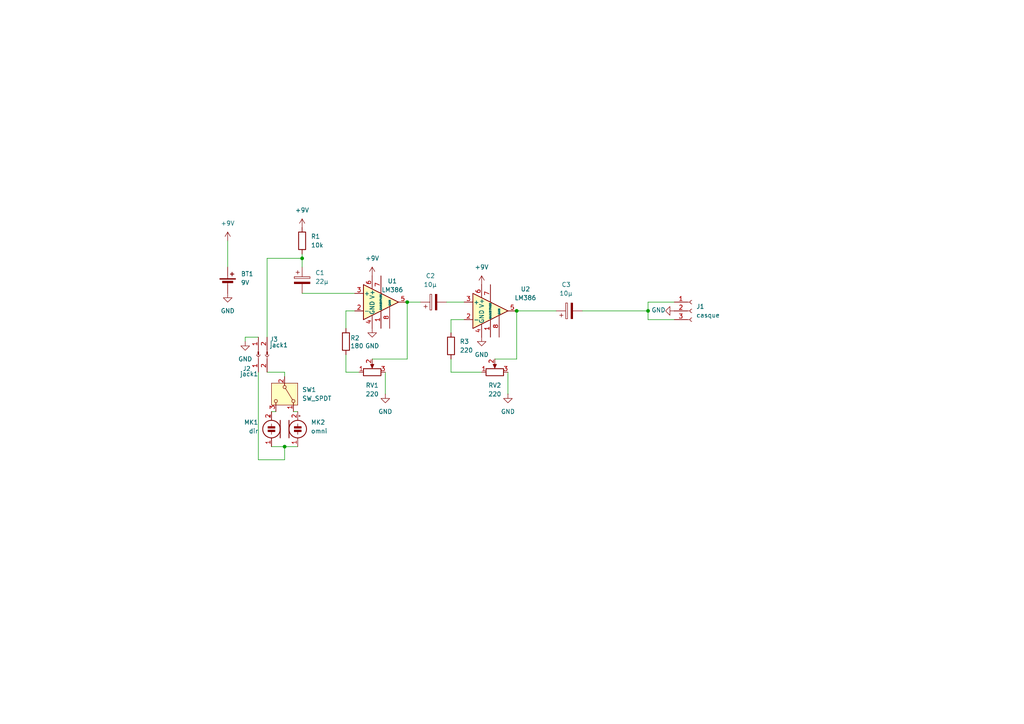
<source format=kicad_sch>
(kicad_sch
	(version 20231120)
	(generator "eeschema")
	(generator_version "8.0")
	(uuid "314a95b6-d31b-45fb-914c-78019a4fead8")
	(paper "A4")
	(lib_symbols
		(symbol "Amplifier_Audio:LM386"
			(pin_names
				(offset 0.127)
			)
			(exclude_from_sim no)
			(in_bom yes)
			(on_board yes)
			(property "Reference" "U"
				(at 1.27 7.62 0)
				(effects
					(font
						(size 1.27 1.27)
					)
					(justify left)
				)
			)
			(property "Value" "LM386"
				(at 1.27 5.08 0)
				(effects
					(font
						(size 1.27 1.27)
					)
					(justify left)
				)
			)
			(property "Footprint" ""
				(at 2.54 2.54 0)
				(effects
					(font
						(size 1.27 1.27)
					)
					(hide yes)
				)
			)
			(property "Datasheet" "http://www.ti.com/lit/ds/symlink/lm386.pdf"
				(at 5.08 5.08 0)
				(effects
					(font
						(size 1.27 1.27)
					)
					(hide yes)
				)
			)
			(property "Description" "Low Voltage Audio Power Amplifier, DIP-8/SOIC-8/SSOP-8"
				(at 0 0 0)
				(effects
					(font
						(size 1.27 1.27)
					)
					(hide yes)
				)
			)
			(property "ki_keywords" "single Power opamp"
				(at 0 0 0)
				(effects
					(font
						(size 1.27 1.27)
					)
					(hide yes)
				)
			)
			(property "ki_fp_filters" "SOIC*3.9x4.9mm*P1.27mm* DIP*W7.62mm* MSSOP*P0.65mm* TSSOP*3x3mm*P0.5mm*"
				(at 0 0 0)
				(effects
					(font
						(size 1.27 1.27)
					)
					(hide yes)
				)
			)
			(symbol "LM386_0_1"
				(polyline
					(pts
						(xy 5.08 0) (xy -5.08 5.08) (xy -5.08 -5.08) (xy 5.08 0)
					)
					(stroke
						(width 0.254)
						(type default)
					)
					(fill
						(type background)
					)
				)
			)
			(symbol "LM386_1_1"
				(pin input line
					(at 0 -7.62 90)
					(length 5.08)
					(name "GAIN"
						(effects
							(font
								(size 0.508 0.508)
							)
						)
					)
					(number "1"
						(effects
							(font
								(size 1.27 1.27)
							)
						)
					)
				)
				(pin input line
					(at -7.62 -2.54 0)
					(length 2.54)
					(name "-"
						(effects
							(font
								(size 1.27 1.27)
							)
						)
					)
					(number "2"
						(effects
							(font
								(size 1.27 1.27)
							)
						)
					)
				)
				(pin input line
					(at -7.62 2.54 0)
					(length 2.54)
					(name "+"
						(effects
							(font
								(size 1.27 1.27)
							)
						)
					)
					(number "3"
						(effects
							(font
								(size 1.27 1.27)
							)
						)
					)
				)
				(pin power_in line
					(at -2.54 -7.62 90)
					(length 3.81)
					(name "GND"
						(effects
							(font
								(size 1.27 1.27)
							)
						)
					)
					(number "4"
						(effects
							(font
								(size 1.27 1.27)
							)
						)
					)
				)
				(pin output line
					(at 7.62 0 180)
					(length 2.54)
					(name "~"
						(effects
							(font
								(size 1.27 1.27)
							)
						)
					)
					(number "5"
						(effects
							(font
								(size 1.27 1.27)
							)
						)
					)
				)
				(pin power_in line
					(at -2.54 7.62 270)
					(length 3.81)
					(name "V+"
						(effects
							(font
								(size 1.27 1.27)
							)
						)
					)
					(number "6"
						(effects
							(font
								(size 1.27 1.27)
							)
						)
					)
				)
				(pin input line
					(at 0 7.62 270)
					(length 5.08)
					(name "BYPASS"
						(effects
							(font
								(size 0.508 0.508)
							)
						)
					)
					(number "7"
						(effects
							(font
								(size 1.27 1.27)
							)
						)
					)
				)
				(pin input line
					(at 2.54 -7.62 90)
					(length 6.35)
					(name "GAIN"
						(effects
							(font
								(size 0.508 0.508)
							)
						)
					)
					(number "8"
						(effects
							(font
								(size 1.27 1.27)
							)
						)
					)
				)
			)
		)
		(symbol "Connector:Conn_01x02_Pin"
			(pin_names
				(offset 1.016) hide)
			(exclude_from_sim no)
			(in_bom yes)
			(on_board yes)
			(property "Reference" "J"
				(at 0 2.54 0)
				(effects
					(font
						(size 1.27 1.27)
					)
				)
			)
			(property "Value" "Conn_01x02_Pin"
				(at 0 -5.08 0)
				(effects
					(font
						(size 1.27 1.27)
					)
				)
			)
			(property "Footprint" ""
				(at 0 0 0)
				(effects
					(font
						(size 1.27 1.27)
					)
					(hide yes)
				)
			)
			(property "Datasheet" "~"
				(at 0 0 0)
				(effects
					(font
						(size 1.27 1.27)
					)
					(hide yes)
				)
			)
			(property "Description" "Generic connector, single row, 01x02, script generated"
				(at 0 0 0)
				(effects
					(font
						(size 1.27 1.27)
					)
					(hide yes)
				)
			)
			(property "ki_locked" ""
				(at 0 0 0)
				(effects
					(font
						(size 1.27 1.27)
					)
				)
			)
			(property "ki_keywords" "connector"
				(at 0 0 0)
				(effects
					(font
						(size 1.27 1.27)
					)
					(hide yes)
				)
			)
			(property "ki_fp_filters" "Connector*:*_1x??_*"
				(at 0 0 0)
				(effects
					(font
						(size 1.27 1.27)
					)
					(hide yes)
				)
			)
			(symbol "Conn_01x02_Pin_1_1"
				(polyline
					(pts
						(xy 1.27 -2.54) (xy 0.8636 -2.54)
					)
					(stroke
						(width 0.1524)
						(type default)
					)
					(fill
						(type none)
					)
				)
				(polyline
					(pts
						(xy 1.27 0) (xy 0.8636 0)
					)
					(stroke
						(width 0.1524)
						(type default)
					)
					(fill
						(type none)
					)
				)
				(rectangle
					(start 0.8636 -2.413)
					(end 0 -2.667)
					(stroke
						(width 0.1524)
						(type default)
					)
					(fill
						(type outline)
					)
				)
				(rectangle
					(start 0.8636 0.127)
					(end 0 -0.127)
					(stroke
						(width 0.1524)
						(type default)
					)
					(fill
						(type outline)
					)
				)
				(pin passive line
					(at 5.08 0 180)
					(length 3.81)
					(name "Pin_1"
						(effects
							(font
								(size 1.27 1.27)
							)
						)
					)
					(number "1"
						(effects
							(font
								(size 1.27 1.27)
							)
						)
					)
				)
				(pin passive line
					(at 5.08 -2.54 180)
					(length 3.81)
					(name "Pin_2"
						(effects
							(font
								(size 1.27 1.27)
							)
						)
					)
					(number "2"
						(effects
							(font
								(size 1.27 1.27)
							)
						)
					)
				)
			)
		)
		(symbol "Connector:Conn_01x02_Socket"
			(pin_names
				(offset 1.016) hide)
			(exclude_from_sim no)
			(in_bom yes)
			(on_board yes)
			(property "Reference" "J"
				(at 0 2.54 0)
				(effects
					(font
						(size 1.27 1.27)
					)
				)
			)
			(property "Value" "Conn_01x02_Socket"
				(at 0 -5.08 0)
				(effects
					(font
						(size 1.27 1.27)
					)
				)
			)
			(property "Footprint" ""
				(at 0 0 0)
				(effects
					(font
						(size 1.27 1.27)
					)
					(hide yes)
				)
			)
			(property "Datasheet" "~"
				(at 0 0 0)
				(effects
					(font
						(size 1.27 1.27)
					)
					(hide yes)
				)
			)
			(property "Description" "Generic connector, single row, 01x02, script generated"
				(at 0 0 0)
				(effects
					(font
						(size 1.27 1.27)
					)
					(hide yes)
				)
			)
			(property "ki_locked" ""
				(at 0 0 0)
				(effects
					(font
						(size 1.27 1.27)
					)
				)
			)
			(property "ki_keywords" "connector"
				(at 0 0 0)
				(effects
					(font
						(size 1.27 1.27)
					)
					(hide yes)
				)
			)
			(property "ki_fp_filters" "Connector*:*_1x??_*"
				(at 0 0 0)
				(effects
					(font
						(size 1.27 1.27)
					)
					(hide yes)
				)
			)
			(symbol "Conn_01x02_Socket_1_1"
				(arc
					(start 0 -2.032)
					(mid -0.5058 -2.54)
					(end 0 -3.048)
					(stroke
						(width 0.1524)
						(type default)
					)
					(fill
						(type none)
					)
				)
				(polyline
					(pts
						(xy -1.27 -2.54) (xy -0.508 -2.54)
					)
					(stroke
						(width 0.1524)
						(type default)
					)
					(fill
						(type none)
					)
				)
				(polyline
					(pts
						(xy -1.27 0) (xy -0.508 0)
					)
					(stroke
						(width 0.1524)
						(type default)
					)
					(fill
						(type none)
					)
				)
				(arc
					(start 0 0.508)
					(mid -0.5058 0)
					(end 0 -0.508)
					(stroke
						(width 0.1524)
						(type default)
					)
					(fill
						(type none)
					)
				)
				(pin passive line
					(at -5.08 0 0)
					(length 3.81)
					(name "Pin_1"
						(effects
							(font
								(size 1.27 1.27)
							)
						)
					)
					(number "1"
						(effects
							(font
								(size 1.27 1.27)
							)
						)
					)
				)
				(pin passive line
					(at -5.08 -2.54 0)
					(length 3.81)
					(name "Pin_2"
						(effects
							(font
								(size 1.27 1.27)
							)
						)
					)
					(number "2"
						(effects
							(font
								(size 1.27 1.27)
							)
						)
					)
				)
			)
		)
		(symbol "Connector:Conn_01x03_Socket"
			(pin_names
				(offset 1.016) hide)
			(exclude_from_sim no)
			(in_bom yes)
			(on_board yes)
			(property "Reference" "J"
				(at 0 5.08 0)
				(effects
					(font
						(size 1.27 1.27)
					)
				)
			)
			(property "Value" "Conn_01x03_Socket"
				(at 0 -5.08 0)
				(effects
					(font
						(size 1.27 1.27)
					)
				)
			)
			(property "Footprint" ""
				(at 0 0 0)
				(effects
					(font
						(size 1.27 1.27)
					)
					(hide yes)
				)
			)
			(property "Datasheet" "~"
				(at 0 0 0)
				(effects
					(font
						(size 1.27 1.27)
					)
					(hide yes)
				)
			)
			(property "Description" "Generic connector, single row, 01x03, script generated"
				(at 0 0 0)
				(effects
					(font
						(size 1.27 1.27)
					)
					(hide yes)
				)
			)
			(property "ki_locked" ""
				(at 0 0 0)
				(effects
					(font
						(size 1.27 1.27)
					)
				)
			)
			(property "ki_keywords" "connector"
				(at 0 0 0)
				(effects
					(font
						(size 1.27 1.27)
					)
					(hide yes)
				)
			)
			(property "ki_fp_filters" "Connector*:*_1x??_*"
				(at 0 0 0)
				(effects
					(font
						(size 1.27 1.27)
					)
					(hide yes)
				)
			)
			(symbol "Conn_01x03_Socket_1_1"
				(arc
					(start 0 -2.032)
					(mid -0.5058 -2.54)
					(end 0 -3.048)
					(stroke
						(width 0.1524)
						(type default)
					)
					(fill
						(type none)
					)
				)
				(polyline
					(pts
						(xy -1.27 -2.54) (xy -0.508 -2.54)
					)
					(stroke
						(width 0.1524)
						(type default)
					)
					(fill
						(type none)
					)
				)
				(polyline
					(pts
						(xy -1.27 0) (xy -0.508 0)
					)
					(stroke
						(width 0.1524)
						(type default)
					)
					(fill
						(type none)
					)
				)
				(polyline
					(pts
						(xy -1.27 2.54) (xy -0.508 2.54)
					)
					(stroke
						(width 0.1524)
						(type default)
					)
					(fill
						(type none)
					)
				)
				(arc
					(start 0 0.508)
					(mid -0.5058 0)
					(end 0 -0.508)
					(stroke
						(width 0.1524)
						(type default)
					)
					(fill
						(type none)
					)
				)
				(arc
					(start 0 3.048)
					(mid -0.5058 2.54)
					(end 0 2.032)
					(stroke
						(width 0.1524)
						(type default)
					)
					(fill
						(type none)
					)
				)
				(pin passive line
					(at -5.08 2.54 0)
					(length 3.81)
					(name "Pin_1"
						(effects
							(font
								(size 1.27 1.27)
							)
						)
					)
					(number "1"
						(effects
							(font
								(size 1.27 1.27)
							)
						)
					)
				)
				(pin passive line
					(at -5.08 0 0)
					(length 3.81)
					(name "Pin_2"
						(effects
							(font
								(size 1.27 1.27)
							)
						)
					)
					(number "2"
						(effects
							(font
								(size 1.27 1.27)
							)
						)
					)
				)
				(pin passive line
					(at -5.08 -2.54 0)
					(length 3.81)
					(name "Pin_3"
						(effects
							(font
								(size 1.27 1.27)
							)
						)
					)
					(number "3"
						(effects
							(font
								(size 1.27 1.27)
							)
						)
					)
				)
			)
		)
		(symbol "Device:Battery_Cell"
			(pin_numbers hide)
			(pin_names
				(offset 0) hide)
			(exclude_from_sim no)
			(in_bom yes)
			(on_board yes)
			(property "Reference" "BT"
				(at 2.54 2.54 0)
				(effects
					(font
						(size 1.27 1.27)
					)
					(justify left)
				)
			)
			(property "Value" "Battery_Cell"
				(at 2.54 0 0)
				(effects
					(font
						(size 1.27 1.27)
					)
					(justify left)
				)
			)
			(property "Footprint" ""
				(at 0 1.524 90)
				(effects
					(font
						(size 1.27 1.27)
					)
					(hide yes)
				)
			)
			(property "Datasheet" "~"
				(at 0 1.524 90)
				(effects
					(font
						(size 1.27 1.27)
					)
					(hide yes)
				)
			)
			(property "Description" "Single-cell battery"
				(at 0 0 0)
				(effects
					(font
						(size 1.27 1.27)
					)
					(hide yes)
				)
			)
			(property "ki_keywords" "battery cell"
				(at 0 0 0)
				(effects
					(font
						(size 1.27 1.27)
					)
					(hide yes)
				)
			)
			(symbol "Battery_Cell_0_1"
				(rectangle
					(start -2.286 1.778)
					(end 2.286 1.524)
					(stroke
						(width 0)
						(type default)
					)
					(fill
						(type outline)
					)
				)
				(rectangle
					(start -1.524 1.016)
					(end 1.524 0.508)
					(stroke
						(width 0)
						(type default)
					)
					(fill
						(type outline)
					)
				)
				(polyline
					(pts
						(xy 0 0.762) (xy 0 0)
					)
					(stroke
						(width 0)
						(type default)
					)
					(fill
						(type none)
					)
				)
				(polyline
					(pts
						(xy 0 1.778) (xy 0 2.54)
					)
					(stroke
						(width 0)
						(type default)
					)
					(fill
						(type none)
					)
				)
				(polyline
					(pts
						(xy 0.762 3.048) (xy 1.778 3.048)
					)
					(stroke
						(width 0.254)
						(type default)
					)
					(fill
						(type none)
					)
				)
				(polyline
					(pts
						(xy 1.27 3.556) (xy 1.27 2.54)
					)
					(stroke
						(width 0.254)
						(type default)
					)
					(fill
						(type none)
					)
				)
			)
			(symbol "Battery_Cell_1_1"
				(pin passive line
					(at 0 5.08 270)
					(length 2.54)
					(name "+"
						(effects
							(font
								(size 1.27 1.27)
							)
						)
					)
					(number "1"
						(effects
							(font
								(size 1.27 1.27)
							)
						)
					)
				)
				(pin passive line
					(at 0 -2.54 90)
					(length 2.54)
					(name "-"
						(effects
							(font
								(size 1.27 1.27)
							)
						)
					)
					(number "2"
						(effects
							(font
								(size 1.27 1.27)
							)
						)
					)
				)
			)
		)
		(symbol "Device:C_Polarized"
			(pin_numbers hide)
			(pin_names
				(offset 0.254)
			)
			(exclude_from_sim no)
			(in_bom yes)
			(on_board yes)
			(property "Reference" "C"
				(at 0.635 2.54 0)
				(effects
					(font
						(size 1.27 1.27)
					)
					(justify left)
				)
			)
			(property "Value" "C_Polarized"
				(at 0.635 -2.54 0)
				(effects
					(font
						(size 1.27 1.27)
					)
					(justify left)
				)
			)
			(property "Footprint" ""
				(at 0.9652 -3.81 0)
				(effects
					(font
						(size 1.27 1.27)
					)
					(hide yes)
				)
			)
			(property "Datasheet" "~"
				(at 0 0 0)
				(effects
					(font
						(size 1.27 1.27)
					)
					(hide yes)
				)
			)
			(property "Description" "Polarized capacitor"
				(at 0 0 0)
				(effects
					(font
						(size 1.27 1.27)
					)
					(hide yes)
				)
			)
			(property "ki_keywords" "cap capacitor"
				(at 0 0 0)
				(effects
					(font
						(size 1.27 1.27)
					)
					(hide yes)
				)
			)
			(property "ki_fp_filters" "CP_*"
				(at 0 0 0)
				(effects
					(font
						(size 1.27 1.27)
					)
					(hide yes)
				)
			)
			(symbol "C_Polarized_0_1"
				(rectangle
					(start -2.286 0.508)
					(end 2.286 1.016)
					(stroke
						(width 0)
						(type default)
					)
					(fill
						(type none)
					)
				)
				(polyline
					(pts
						(xy -1.778 2.286) (xy -0.762 2.286)
					)
					(stroke
						(width 0)
						(type default)
					)
					(fill
						(type none)
					)
				)
				(polyline
					(pts
						(xy -1.27 2.794) (xy -1.27 1.778)
					)
					(stroke
						(width 0)
						(type default)
					)
					(fill
						(type none)
					)
				)
				(rectangle
					(start 2.286 -0.508)
					(end -2.286 -1.016)
					(stroke
						(width 0)
						(type default)
					)
					(fill
						(type outline)
					)
				)
			)
			(symbol "C_Polarized_1_1"
				(pin passive line
					(at 0 3.81 270)
					(length 2.794)
					(name "~"
						(effects
							(font
								(size 1.27 1.27)
							)
						)
					)
					(number "1"
						(effects
							(font
								(size 1.27 1.27)
							)
						)
					)
				)
				(pin passive line
					(at 0 -3.81 90)
					(length 2.794)
					(name "~"
						(effects
							(font
								(size 1.27 1.27)
							)
						)
					)
					(number "2"
						(effects
							(font
								(size 1.27 1.27)
							)
						)
					)
				)
			)
		)
		(symbol "Device:Microphone_Condenser"
			(pin_names
				(offset 0.0254) hide)
			(exclude_from_sim no)
			(in_bom yes)
			(on_board yes)
			(property "Reference" "MK"
				(at -3.302 1.27 0)
				(effects
					(font
						(size 1.27 1.27)
					)
					(justify right)
				)
			)
			(property "Value" "Microphone_Condenser"
				(at -3.302 -0.635 0)
				(effects
					(font
						(size 1.27 1.27)
					)
					(justify right)
				)
			)
			(property "Footprint" ""
				(at 0 2.54 90)
				(effects
					(font
						(size 1.27 1.27)
					)
					(hide yes)
				)
			)
			(property "Datasheet" "~"
				(at 0 2.54 90)
				(effects
					(font
						(size 1.27 1.27)
					)
					(hide yes)
				)
			)
			(property "Description" "Condenser microphone"
				(at 0 0 0)
				(effects
					(font
						(size 1.27 1.27)
					)
					(hide yes)
				)
			)
			(property "ki_keywords" "capacitance condenser microphone"
				(at 0 0 0)
				(effects
					(font
						(size 1.27 1.27)
					)
					(hide yes)
				)
			)
			(symbol "Microphone_Condenser_0_1"
				(polyline
					(pts
						(xy -2.54 2.54) (xy -2.54 -2.54)
					)
					(stroke
						(width 0.254)
						(type default)
					)
					(fill
						(type none)
					)
				)
				(polyline
					(pts
						(xy 0 -0.762) (xy 0 -1.524)
					)
					(stroke
						(width 0)
						(type default)
					)
					(fill
						(type none)
					)
				)
				(polyline
					(pts
						(xy 0 0.762) (xy 0 1.524)
					)
					(stroke
						(width 0)
						(type default)
					)
					(fill
						(type none)
					)
				)
				(polyline
					(pts
						(xy 0.254 3.81) (xy 0.762 3.81)
					)
					(stroke
						(width 0)
						(type default)
					)
					(fill
						(type none)
					)
				)
				(polyline
					(pts
						(xy 0.508 4.064) (xy 0.508 3.556)
					)
					(stroke
						(width 0)
						(type default)
					)
					(fill
						(type none)
					)
				)
				(circle
					(center 0 0)
					(radius 2.54)
					(stroke
						(width 0.254)
						(type default)
					)
					(fill
						(type none)
					)
				)
				(rectangle
					(start 1.016 -0.254)
					(end -1.016 -0.762)
					(stroke
						(width 0)
						(type default)
					)
					(fill
						(type outline)
					)
				)
				(rectangle
					(start 1.016 0.762)
					(end -1.016 0.254)
					(stroke
						(width 0)
						(type default)
					)
					(fill
						(type outline)
					)
				)
			)
			(symbol "Microphone_Condenser_1_1"
				(pin passive line
					(at 0 -5.08 90)
					(length 2.54)
					(name "-"
						(effects
							(font
								(size 1.27 1.27)
							)
						)
					)
					(number "1"
						(effects
							(font
								(size 1.27 1.27)
							)
						)
					)
				)
				(pin passive line
					(at 0 5.08 270)
					(length 2.54)
					(name "+"
						(effects
							(font
								(size 1.27 1.27)
							)
						)
					)
					(number "2"
						(effects
							(font
								(size 1.27 1.27)
							)
						)
					)
				)
			)
		)
		(symbol "Device:R"
			(pin_numbers hide)
			(pin_names
				(offset 0)
			)
			(exclude_from_sim no)
			(in_bom yes)
			(on_board yes)
			(property "Reference" "R"
				(at 2.032 0 90)
				(effects
					(font
						(size 1.27 1.27)
					)
				)
			)
			(property "Value" "R"
				(at 0 0 90)
				(effects
					(font
						(size 1.27 1.27)
					)
				)
			)
			(property "Footprint" ""
				(at -1.778 0 90)
				(effects
					(font
						(size 1.27 1.27)
					)
					(hide yes)
				)
			)
			(property "Datasheet" "~"
				(at 0 0 0)
				(effects
					(font
						(size 1.27 1.27)
					)
					(hide yes)
				)
			)
			(property "Description" "Resistor"
				(at 0 0 0)
				(effects
					(font
						(size 1.27 1.27)
					)
					(hide yes)
				)
			)
			(property "ki_keywords" "R res resistor"
				(at 0 0 0)
				(effects
					(font
						(size 1.27 1.27)
					)
					(hide yes)
				)
			)
			(property "ki_fp_filters" "R_*"
				(at 0 0 0)
				(effects
					(font
						(size 1.27 1.27)
					)
					(hide yes)
				)
			)
			(symbol "R_0_1"
				(rectangle
					(start -1.016 -2.54)
					(end 1.016 2.54)
					(stroke
						(width 0.254)
						(type default)
					)
					(fill
						(type none)
					)
				)
			)
			(symbol "R_1_1"
				(pin passive line
					(at 0 3.81 270)
					(length 1.27)
					(name "~"
						(effects
							(font
								(size 1.27 1.27)
							)
						)
					)
					(number "1"
						(effects
							(font
								(size 1.27 1.27)
							)
						)
					)
				)
				(pin passive line
					(at 0 -3.81 90)
					(length 1.27)
					(name "~"
						(effects
							(font
								(size 1.27 1.27)
							)
						)
					)
					(number "2"
						(effects
							(font
								(size 1.27 1.27)
							)
						)
					)
				)
			)
		)
		(symbol "Device:R_Potentiometer"
			(pin_names
				(offset 1.016) hide)
			(exclude_from_sim no)
			(in_bom yes)
			(on_board yes)
			(property "Reference" "RV"
				(at -4.445 0 90)
				(effects
					(font
						(size 1.27 1.27)
					)
				)
			)
			(property "Value" "R_Potentiometer"
				(at -2.54 0 90)
				(effects
					(font
						(size 1.27 1.27)
					)
				)
			)
			(property "Footprint" ""
				(at 0 0 0)
				(effects
					(font
						(size 1.27 1.27)
					)
					(hide yes)
				)
			)
			(property "Datasheet" "~"
				(at 0 0 0)
				(effects
					(font
						(size 1.27 1.27)
					)
					(hide yes)
				)
			)
			(property "Description" "Potentiometer"
				(at 0 0 0)
				(effects
					(font
						(size 1.27 1.27)
					)
					(hide yes)
				)
			)
			(property "ki_keywords" "resistor variable"
				(at 0 0 0)
				(effects
					(font
						(size 1.27 1.27)
					)
					(hide yes)
				)
			)
			(property "ki_fp_filters" "Potentiometer*"
				(at 0 0 0)
				(effects
					(font
						(size 1.27 1.27)
					)
					(hide yes)
				)
			)
			(symbol "R_Potentiometer_0_1"
				(polyline
					(pts
						(xy 2.54 0) (xy 1.524 0)
					)
					(stroke
						(width 0)
						(type default)
					)
					(fill
						(type none)
					)
				)
				(polyline
					(pts
						(xy 1.143 0) (xy 2.286 0.508) (xy 2.286 -0.508) (xy 1.143 0)
					)
					(stroke
						(width 0)
						(type default)
					)
					(fill
						(type outline)
					)
				)
				(rectangle
					(start 1.016 2.54)
					(end -1.016 -2.54)
					(stroke
						(width 0.254)
						(type default)
					)
					(fill
						(type none)
					)
				)
			)
			(symbol "R_Potentiometer_1_1"
				(pin passive line
					(at 0 3.81 270)
					(length 1.27)
					(name "1"
						(effects
							(font
								(size 1.27 1.27)
							)
						)
					)
					(number "1"
						(effects
							(font
								(size 1.27 1.27)
							)
						)
					)
				)
				(pin passive line
					(at 3.81 0 180)
					(length 1.27)
					(name "2"
						(effects
							(font
								(size 1.27 1.27)
							)
						)
					)
					(number "2"
						(effects
							(font
								(size 1.27 1.27)
							)
						)
					)
				)
				(pin passive line
					(at 0 -3.81 90)
					(length 1.27)
					(name "3"
						(effects
							(font
								(size 1.27 1.27)
							)
						)
					)
					(number "3"
						(effects
							(font
								(size 1.27 1.27)
							)
						)
					)
				)
			)
		)
		(symbol "Switch:SW_SPDT"
			(pin_names
				(offset 0) hide)
			(exclude_from_sim no)
			(in_bom yes)
			(on_board yes)
			(property "Reference" "SW"
				(at 0 5.08 0)
				(effects
					(font
						(size 1.27 1.27)
					)
				)
			)
			(property "Value" "SW_SPDT"
				(at 0 -5.08 0)
				(effects
					(font
						(size 1.27 1.27)
					)
				)
			)
			(property "Footprint" ""
				(at 0 0 0)
				(effects
					(font
						(size 1.27 1.27)
					)
					(hide yes)
				)
			)
			(property "Datasheet" "~"
				(at 0 -7.62 0)
				(effects
					(font
						(size 1.27 1.27)
					)
					(hide yes)
				)
			)
			(property "Description" "Switch, single pole double throw"
				(at 0 0 0)
				(effects
					(font
						(size 1.27 1.27)
					)
					(hide yes)
				)
			)
			(property "ki_keywords" "switch single-pole double-throw spdt ON-ON"
				(at 0 0 0)
				(effects
					(font
						(size 1.27 1.27)
					)
					(hide yes)
				)
			)
			(symbol "SW_SPDT_0_1"
				(circle
					(center -2.032 0)
					(radius 0.4572)
					(stroke
						(width 0)
						(type default)
					)
					(fill
						(type none)
					)
				)
				(polyline
					(pts
						(xy -1.651 0.254) (xy 1.651 2.286)
					)
					(stroke
						(width 0)
						(type default)
					)
					(fill
						(type none)
					)
				)
				(circle
					(center 2.032 -2.54)
					(radius 0.4572)
					(stroke
						(width 0)
						(type default)
					)
					(fill
						(type none)
					)
				)
				(circle
					(center 2.032 2.54)
					(radius 0.4572)
					(stroke
						(width 0)
						(type default)
					)
					(fill
						(type none)
					)
				)
			)
			(symbol "SW_SPDT_1_1"
				(rectangle
					(start -3.175 3.81)
					(end 3.175 -3.81)
					(stroke
						(width 0)
						(type default)
					)
					(fill
						(type background)
					)
				)
				(pin passive line
					(at 5.08 2.54 180)
					(length 2.54)
					(name "A"
						(effects
							(font
								(size 1.27 1.27)
							)
						)
					)
					(number "1"
						(effects
							(font
								(size 1.27 1.27)
							)
						)
					)
				)
				(pin passive line
					(at -5.08 0 0)
					(length 2.54)
					(name "B"
						(effects
							(font
								(size 1.27 1.27)
							)
						)
					)
					(number "2"
						(effects
							(font
								(size 1.27 1.27)
							)
						)
					)
				)
				(pin passive line
					(at 5.08 -2.54 180)
					(length 2.54)
					(name "C"
						(effects
							(font
								(size 1.27 1.27)
							)
						)
					)
					(number "3"
						(effects
							(font
								(size 1.27 1.27)
							)
						)
					)
				)
			)
		)
		(symbol "power:+9V"
			(power)
			(pin_numbers hide)
			(pin_names
				(offset 0) hide)
			(exclude_from_sim no)
			(in_bom yes)
			(on_board yes)
			(property "Reference" "#PWR"
				(at 0 -3.81 0)
				(effects
					(font
						(size 1.27 1.27)
					)
					(hide yes)
				)
			)
			(property "Value" "+9V"
				(at 0 3.556 0)
				(effects
					(font
						(size 1.27 1.27)
					)
				)
			)
			(property "Footprint" ""
				(at 0 0 0)
				(effects
					(font
						(size 1.27 1.27)
					)
					(hide yes)
				)
			)
			(property "Datasheet" ""
				(at 0 0 0)
				(effects
					(font
						(size 1.27 1.27)
					)
					(hide yes)
				)
			)
			(property "Description" "Power symbol creates a global label with name \"+9V\""
				(at 0 0 0)
				(effects
					(font
						(size 1.27 1.27)
					)
					(hide yes)
				)
			)
			(property "ki_keywords" "global power"
				(at 0 0 0)
				(effects
					(font
						(size 1.27 1.27)
					)
					(hide yes)
				)
			)
			(symbol "+9V_0_1"
				(polyline
					(pts
						(xy -0.762 1.27) (xy 0 2.54)
					)
					(stroke
						(width 0)
						(type default)
					)
					(fill
						(type none)
					)
				)
				(polyline
					(pts
						(xy 0 0) (xy 0 2.54)
					)
					(stroke
						(width 0)
						(type default)
					)
					(fill
						(type none)
					)
				)
				(polyline
					(pts
						(xy 0 2.54) (xy 0.762 1.27)
					)
					(stroke
						(width 0)
						(type default)
					)
					(fill
						(type none)
					)
				)
			)
			(symbol "+9V_1_1"
				(pin power_in line
					(at 0 0 90)
					(length 0)
					(name "~"
						(effects
							(font
								(size 1.27 1.27)
							)
						)
					)
					(number "1"
						(effects
							(font
								(size 1.27 1.27)
							)
						)
					)
				)
			)
		)
		(symbol "power:GND"
			(power)
			(pin_numbers hide)
			(pin_names
				(offset 0) hide)
			(exclude_from_sim no)
			(in_bom yes)
			(on_board yes)
			(property "Reference" "#PWR"
				(at 0 -6.35 0)
				(effects
					(font
						(size 1.27 1.27)
					)
					(hide yes)
				)
			)
			(property "Value" "GND"
				(at 0 -3.81 0)
				(effects
					(font
						(size 1.27 1.27)
					)
				)
			)
			(property "Footprint" ""
				(at 0 0 0)
				(effects
					(font
						(size 1.27 1.27)
					)
					(hide yes)
				)
			)
			(property "Datasheet" ""
				(at 0 0 0)
				(effects
					(font
						(size 1.27 1.27)
					)
					(hide yes)
				)
			)
			(property "Description" "Power symbol creates a global label with name \"GND\" , ground"
				(at 0 0 0)
				(effects
					(font
						(size 1.27 1.27)
					)
					(hide yes)
				)
			)
			(property "ki_keywords" "global power"
				(at 0 0 0)
				(effects
					(font
						(size 1.27 1.27)
					)
					(hide yes)
				)
			)
			(symbol "GND_0_1"
				(polyline
					(pts
						(xy 0 0) (xy 0 -1.27) (xy 1.27 -1.27) (xy 0 -2.54) (xy -1.27 -1.27) (xy 0 -1.27)
					)
					(stroke
						(width 0)
						(type default)
					)
					(fill
						(type none)
					)
				)
			)
			(symbol "GND_1_1"
				(pin power_in line
					(at 0 0 270)
					(length 0)
					(name "~"
						(effects
							(font
								(size 1.27 1.27)
							)
						)
					)
					(number "1"
						(effects
							(font
								(size 1.27 1.27)
							)
						)
					)
				)
			)
		)
	)
	(junction
		(at 187.96 90.17)
		(diameter 0)
		(color 0 0 0 0)
		(uuid "36733e76-5a4f-4fe4-886f-471d283fb316")
	)
	(junction
		(at 87.63 74.93)
		(diameter 0)
		(color 0 0 0 0)
		(uuid "6f326b9b-58a1-4948-9e94-91e8ff67e1ff")
	)
	(junction
		(at 118.11 87.63)
		(diameter 0)
		(color 0 0 0 0)
		(uuid "a57f8e29-2a54-4e80-9716-aa7717d9e6af")
	)
	(junction
		(at 149.86 90.17)
		(diameter 0)
		(color 0 0 0 0)
		(uuid "cf4f3656-2342-4922-86b3-7f99586cfc0b")
	)
	(junction
		(at 82.55 129.54)
		(diameter 0)
		(color 0 0 0 0)
		(uuid "db471b8e-385c-4902-802b-dac792874544")
	)
	(wire
		(pts
			(xy 74.93 133.35) (xy 82.55 133.35)
		)
		(stroke
			(width 0)
			(type default)
		)
		(uuid "0f579693-5c10-43c4-bec2-3dde41cbd233")
	)
	(wire
		(pts
			(xy 85.09 119.38) (xy 86.36 119.38)
		)
		(stroke
			(width 0)
			(type default)
		)
		(uuid "21aafd1e-214f-4f7b-b0ec-128875419fda")
	)
	(wire
		(pts
			(xy 66.04 69.85) (xy 66.04 77.47)
		)
		(stroke
			(width 0)
			(type default)
		)
		(uuid "2d4cee05-7682-43c1-8c50-57971e253c81")
	)
	(wire
		(pts
			(xy 118.11 104.14) (xy 118.11 87.63)
		)
		(stroke
			(width 0)
			(type default)
		)
		(uuid "2e057e93-0327-49a2-86dd-c6a80a99692e")
	)
	(wire
		(pts
			(xy 187.96 90.17) (xy 187.96 87.63)
		)
		(stroke
			(width 0)
			(type default)
		)
		(uuid "378e3da3-0bee-4b87-8837-d727f5cfe40f")
	)
	(wire
		(pts
			(xy 130.81 104.14) (xy 130.81 107.95)
		)
		(stroke
			(width 0)
			(type default)
		)
		(uuid "52715d01-cc8e-4169-98c3-07cb2aef5ddb")
	)
	(wire
		(pts
			(xy 147.32 107.95) (xy 147.32 114.3)
		)
		(stroke
			(width 0)
			(type default)
		)
		(uuid "52801ae6-c63a-4a4e-ab9e-7252ddcc1155")
	)
	(wire
		(pts
			(xy 102.87 90.17) (xy 100.33 90.17)
		)
		(stroke
			(width 0)
			(type default)
		)
		(uuid "54107ea2-1f31-4388-9067-1325b6afd139")
	)
	(wire
		(pts
			(xy 74.93 97.79) (xy 71.12 97.79)
		)
		(stroke
			(width 0)
			(type default)
		)
		(uuid "61bda76c-8cd0-4b5e-89ef-e5dcd2673522")
	)
	(wire
		(pts
			(xy 129.54 87.63) (xy 134.62 87.63)
		)
		(stroke
			(width 0)
			(type default)
		)
		(uuid "63263895-ca5d-44bd-b983-0a9c471d0d8f")
	)
	(wire
		(pts
			(xy 77.47 97.79) (xy 77.47 74.93)
		)
		(stroke
			(width 0)
			(type default)
		)
		(uuid "6526af06-b6c6-43cc-9336-d39a449331e1")
	)
	(wire
		(pts
			(xy 118.11 87.63) (xy 121.92 87.63)
		)
		(stroke
			(width 0)
			(type default)
		)
		(uuid "674a50f3-2b78-4299-a041-17aa2905c6be")
	)
	(wire
		(pts
			(xy 78.74 129.54) (xy 82.55 129.54)
		)
		(stroke
			(width 0)
			(type default)
		)
		(uuid "6abfb85d-5667-49f4-8e16-4ae25c24b0f0")
	)
	(wire
		(pts
			(xy 195.58 92.71) (xy 187.96 92.71)
		)
		(stroke
			(width 0)
			(type default)
		)
		(uuid "6fd66f4a-6881-4f12-b01d-39a4a23002eb")
	)
	(wire
		(pts
			(xy 87.63 73.66) (xy 87.63 74.93)
		)
		(stroke
			(width 0)
			(type default)
		)
		(uuid "70b83df5-0bbe-4dec-8a96-166bd1e98fdc")
	)
	(wire
		(pts
			(xy 187.96 92.71) (xy 187.96 90.17)
		)
		(stroke
			(width 0)
			(type default)
		)
		(uuid "7a802995-7f06-49b3-b80f-388212b3f9a6")
	)
	(wire
		(pts
			(xy 82.55 129.54) (xy 86.36 129.54)
		)
		(stroke
			(width 0)
			(type default)
		)
		(uuid "7d9eff2b-daf7-4ce0-affe-5e44fd3d9ce4")
	)
	(wire
		(pts
			(xy 107.95 104.14) (xy 118.11 104.14)
		)
		(stroke
			(width 0)
			(type default)
		)
		(uuid "7f9fde4d-a6d1-4390-8a20-0960dfec4e28")
	)
	(wire
		(pts
			(xy 82.55 133.35) (xy 82.55 129.54)
		)
		(stroke
			(width 0)
			(type default)
		)
		(uuid "822a1eff-d53e-4a19-8579-713f6c8c5777")
	)
	(wire
		(pts
			(xy 87.63 85.09) (xy 102.87 85.09)
		)
		(stroke
			(width 0)
			(type default)
		)
		(uuid "82c6abcc-f894-460f-bf1f-73746cf6d07f")
	)
	(wire
		(pts
			(xy 130.81 107.95) (xy 139.7 107.95)
		)
		(stroke
			(width 0)
			(type default)
		)
		(uuid "8c16df40-b22a-412c-874b-2db4045f4d2b")
	)
	(wire
		(pts
			(xy 100.33 107.95) (xy 104.14 107.95)
		)
		(stroke
			(width 0)
			(type default)
		)
		(uuid "903f8b9f-5f3e-4dba-a17a-924a66830785")
	)
	(wire
		(pts
			(xy 100.33 102.87) (xy 100.33 107.95)
		)
		(stroke
			(width 0)
			(type default)
		)
		(uuid "91adc509-59cb-4f02-ba29-efd1e6c0b2a3")
	)
	(wire
		(pts
			(xy 149.86 104.14) (xy 149.86 90.17)
		)
		(stroke
			(width 0)
			(type default)
		)
		(uuid "a15b5c65-3d97-4dc1-81ec-e57d5b3d146a")
	)
	(wire
		(pts
			(xy 143.51 104.14) (xy 149.86 104.14)
		)
		(stroke
			(width 0)
			(type default)
		)
		(uuid "a464b7b5-5a0c-44af-9c06-d1a8197d4581")
	)
	(wire
		(pts
			(xy 111.76 107.95) (xy 111.76 114.3)
		)
		(stroke
			(width 0)
			(type default)
		)
		(uuid "a6c6de7a-9550-48a5-b05d-f81e0e0a635e")
	)
	(wire
		(pts
			(xy 134.62 92.71) (xy 130.81 92.71)
		)
		(stroke
			(width 0)
			(type default)
		)
		(uuid "b7ff673a-de81-4ce2-ab3b-856afcbfa958")
	)
	(wire
		(pts
			(xy 168.91 90.17) (xy 187.96 90.17)
		)
		(stroke
			(width 0)
			(type default)
		)
		(uuid "bf91fec1-767e-488a-9b18-d58105f7a04f")
	)
	(wire
		(pts
			(xy 187.96 87.63) (xy 195.58 87.63)
		)
		(stroke
			(width 0)
			(type default)
		)
		(uuid "c32c082f-63f9-4182-89d2-bc0e726ebf53")
	)
	(wire
		(pts
			(xy 80.01 119.38) (xy 78.74 119.38)
		)
		(stroke
			(width 0)
			(type default)
		)
		(uuid "c8f66caa-61a5-4342-ba48-1ddb4a1b59df")
	)
	(wire
		(pts
			(xy 130.81 92.71) (xy 130.81 96.52)
		)
		(stroke
			(width 0)
			(type default)
		)
		(uuid "d121e9de-fbae-436b-a6a1-c5d2772f851d")
	)
	(wire
		(pts
			(xy 149.86 90.17) (xy 161.29 90.17)
		)
		(stroke
			(width 0)
			(type default)
		)
		(uuid "d89beb3f-2410-4f6f-aa18-6718460df196")
	)
	(wire
		(pts
			(xy 74.93 107.95) (xy 74.93 133.35)
		)
		(stroke
			(width 0)
			(type default)
		)
		(uuid "e521fbb9-a441-4cf6-a0ae-ee399f1195be")
	)
	(wire
		(pts
			(xy 71.12 97.79) (xy 71.12 99.06)
		)
		(stroke
			(width 0)
			(type default)
		)
		(uuid "e6f7d7d8-073f-48db-a32e-06a8cebd5cc1")
	)
	(wire
		(pts
			(xy 77.47 107.95) (xy 82.55 107.95)
		)
		(stroke
			(width 0)
			(type default)
		)
		(uuid "eb097020-f1cc-498b-99f6-edae049325cd")
	)
	(wire
		(pts
			(xy 77.47 74.93) (xy 87.63 74.93)
		)
		(stroke
			(width 0)
			(type default)
		)
		(uuid "ece02993-dfbb-462c-be3c-12fb4e734a01")
	)
	(wire
		(pts
			(xy 87.63 74.93) (xy 87.63 77.47)
		)
		(stroke
			(width 0)
			(type default)
		)
		(uuid "f8a74ed3-09a6-4af4-af68-31d6da84fc5e")
	)
	(wire
		(pts
			(xy 100.33 90.17) (xy 100.33 95.25)
		)
		(stroke
			(width 0)
			(type default)
		)
		(uuid "fe077b9f-cb5c-46ff-bcc2-d872d710c54d")
	)
	(wire
		(pts
			(xy 82.55 107.95) (xy 82.55 109.22)
		)
		(stroke
			(width 0)
			(type default)
		)
		(uuid "feb13b8e-3cef-40b4-a5c5-246640b58637")
	)
	(symbol
		(lib_id "Device:C_Polarized")
		(at 165.1 90.17 90)
		(unit 1)
		(exclude_from_sim no)
		(in_bom yes)
		(on_board yes)
		(dnp no)
		(fields_autoplaced yes)
		(uuid "022b4b13-80a5-41cf-9126-8e63f21195bc")
		(property "Reference" "C3"
			(at 164.211 82.55 90)
			(effects
				(font
					(size 1.27 1.27)
				)
			)
		)
		(property "Value" "10µ"
			(at 164.211 85.09 90)
			(effects
				(font
					(size 1.27 1.27)
				)
			)
		)
		(property "Footprint" "Capacitor_THT:CP_Radial_D6.3mm_P2.50mm"
			(at 168.91 89.2048 0)
			(effects
				(font
					(size 1.27 1.27)
				)
				(hide yes)
			)
		)
		(property "Datasheet" "~"
			(at 165.1 90.17 0)
			(effects
				(font
					(size 1.27 1.27)
				)
				(hide yes)
			)
		)
		(property "Description" "Polarized capacitor"
			(at 165.1 90.17 0)
			(effects
				(font
					(size 1.27 1.27)
				)
				(hide yes)
			)
		)
		(pin "2"
			(uuid "a1de3b7e-d354-4180-9264-0eb6b1454153")
		)
		(pin "1"
			(uuid "eeab978b-9848-4fa1-b746-61466ed0ad80")
		)
		(instances
			(project "amp"
				(path "/314a95b6-d31b-45fb-914c-78019a4fead8"
					(reference "C3")
					(unit 1)
				)
			)
		)
	)
	(symbol
		(lib_id "power:GND")
		(at 111.76 114.3 0)
		(unit 1)
		(exclude_from_sim no)
		(in_bom yes)
		(on_board yes)
		(dnp no)
		(fields_autoplaced yes)
		(uuid "0a8d9512-04ca-420e-878c-4b4960671700")
		(property "Reference" "#PWR09"
			(at 111.76 120.65 0)
			(effects
				(font
					(size 1.27 1.27)
				)
				(hide yes)
			)
		)
		(property "Value" "GND"
			(at 111.76 119.38 0)
			(effects
				(font
					(size 1.27 1.27)
				)
			)
		)
		(property "Footprint" ""
			(at 111.76 114.3 0)
			(effects
				(font
					(size 1.27 1.27)
				)
				(hide yes)
			)
		)
		(property "Datasheet" ""
			(at 111.76 114.3 0)
			(effects
				(font
					(size 1.27 1.27)
				)
				(hide yes)
			)
		)
		(property "Description" "Power symbol creates a global label with name \"GND\" , ground"
			(at 111.76 114.3 0)
			(effects
				(font
					(size 1.27 1.27)
				)
				(hide yes)
			)
		)
		(pin "1"
			(uuid "d30e19f4-8946-4ab0-b046-df7be6c0136a")
		)
		(instances
			(project "amp"
				(path "/314a95b6-d31b-45fb-914c-78019a4fead8"
					(reference "#PWR09")
					(unit 1)
				)
			)
		)
	)
	(symbol
		(lib_id "Device:R")
		(at 100.33 99.06 0)
		(unit 1)
		(exclude_from_sim no)
		(in_bom yes)
		(on_board yes)
		(dnp no)
		(uuid "0db019c2-b8ed-4ac4-9707-92e995d33f2c")
		(property "Reference" "R2"
			(at 101.6 98.044 0)
			(effects
				(font
					(size 1.27 1.27)
				)
				(justify left)
			)
		)
		(property "Value" "180"
			(at 101.6 100.33 0)
			(effects
				(font
					(size 1.27 1.27)
				)
				(justify left)
			)
		)
		(property "Footprint" "Resistor_THT:R_Axial_DIN0204_L3.6mm_D1.6mm_P7.62mm_Horizontal"
			(at 98.552 99.06 90)
			(effects
				(font
					(size 1.27 1.27)
				)
				(hide yes)
			)
		)
		(property "Datasheet" "~"
			(at 100.33 99.06 0)
			(effects
				(font
					(size 1.27 1.27)
				)
				(hide yes)
			)
		)
		(property "Description" "Resistor"
			(at 100.33 99.06 0)
			(effects
				(font
					(size 1.27 1.27)
				)
				(hide yes)
			)
		)
		(pin "2"
			(uuid "4e93e8d7-2c3b-432c-904a-7212cd4da414")
		)
		(pin "1"
			(uuid "b97bd6c5-ee7e-48e4-9080-364ce3ffb6c5")
		)
		(instances
			(project "amp"
				(path "/314a95b6-d31b-45fb-914c-78019a4fead8"
					(reference "R2")
					(unit 1)
				)
			)
		)
	)
	(symbol
		(lib_id "power:+9V")
		(at 66.04 69.85 0)
		(unit 1)
		(exclude_from_sim no)
		(in_bom yes)
		(on_board yes)
		(dnp no)
		(fields_autoplaced yes)
		(uuid "12f4d8c0-14ba-4f8a-9b34-4ee4a8f90d1a")
		(property "Reference" "#PWR01"
			(at 66.04 73.66 0)
			(effects
				(font
					(size 1.27 1.27)
				)
				(hide yes)
			)
		)
		(property "Value" "+9V"
			(at 66.04 64.77 0)
			(effects
				(font
					(size 1.27 1.27)
				)
			)
		)
		(property "Footprint" ""
			(at 66.04 69.85 0)
			(effects
				(font
					(size 1.27 1.27)
				)
				(hide yes)
			)
		)
		(property "Datasheet" ""
			(at 66.04 69.85 0)
			(effects
				(font
					(size 1.27 1.27)
				)
				(hide yes)
			)
		)
		(property "Description" "Power symbol creates a global label with name \"+9V\""
			(at 66.04 69.85 0)
			(effects
				(font
					(size 1.27 1.27)
				)
				(hide yes)
			)
		)
		(pin "1"
			(uuid "6ce2ae33-467b-4637-b199-4a5f00c48bd2")
		)
		(instances
			(project "amp"
				(path "/314a95b6-d31b-45fb-914c-78019a4fead8"
					(reference "#PWR01")
					(unit 1)
				)
			)
		)
	)
	(symbol
		(lib_id "Connector:Conn_01x03_Socket")
		(at 200.66 90.17 0)
		(unit 1)
		(exclude_from_sim no)
		(in_bom yes)
		(on_board yes)
		(dnp no)
		(fields_autoplaced yes)
		(uuid "1e5461f7-845c-4ae3-9b02-0c4f876f774f")
		(property "Reference" "J1"
			(at 201.93 88.8999 0)
			(effects
				(font
					(size 1.27 1.27)
				)
				(justify left)
			)
		)
		(property "Value" "casque"
			(at 201.93 91.4399 0)
			(effects
				(font
					(size 1.27 1.27)
				)
				(justify left)
			)
		)
		(property "Footprint" "Connector_PinHeader_2.54mm:PinHeader_1x03_P2.54mm_Vertical"
			(at 200.66 90.17 0)
			(effects
				(font
					(size 1.27 1.27)
				)
				(hide yes)
			)
		)
		(property "Datasheet" "~"
			(at 200.66 90.17 0)
			(effects
				(font
					(size 1.27 1.27)
				)
				(hide yes)
			)
		)
		(property "Description" "Generic connector, single row, 01x03, script generated"
			(at 200.66 90.17 0)
			(effects
				(font
					(size 1.27 1.27)
				)
				(hide yes)
			)
		)
		(pin "1"
			(uuid "49ff4853-a6b7-4883-95af-22563c30c2b7")
		)
		(pin "2"
			(uuid "f05f14f5-4aa1-448f-bb29-2a091b2c8ecf")
		)
		(pin "3"
			(uuid "7515341d-2c4c-43f4-82f1-237370ffb6aa")
		)
		(instances
			(project "amp"
				(path "/314a95b6-d31b-45fb-914c-78019a4fead8"
					(reference "J1")
					(unit 1)
				)
			)
		)
	)
	(symbol
		(lib_id "Switch:SW_SPDT")
		(at 82.55 114.3 270)
		(unit 1)
		(exclude_from_sim no)
		(in_bom yes)
		(on_board yes)
		(dnp no)
		(fields_autoplaced yes)
		(uuid "1fdd0fae-c8b6-4aed-a7ac-ff96ad6ce62c")
		(property "Reference" "SW1"
			(at 87.63 113.0299 90)
			(effects
				(font
					(size 1.27 1.27)
				)
				(justify left)
			)
		)
		(property "Value" "SW_SPDT"
			(at 87.63 115.5699 90)
			(effects
				(font
					(size 1.27 1.27)
				)
				(justify left)
			)
		)
		(property "Footprint" "Connector_PinHeader_2.54mm:PinHeader_1x02_P2.54mm_Vertical"
			(at 82.55 114.3 0)
			(effects
				(font
					(size 1.27 1.27)
				)
				(hide yes)
			)
		)
		(property "Datasheet" "~"
			(at 74.93 114.3 0)
			(effects
				(font
					(size 1.27 1.27)
				)
				(hide yes)
			)
		)
		(property "Description" "Switch, single pole double throw"
			(at 82.55 114.3 0)
			(effects
				(font
					(size 1.27 1.27)
				)
				(hide yes)
			)
		)
		(pin "3"
			(uuid "074dad7f-d888-413d-a3cb-33cc04c7e792")
		)
		(pin "1"
			(uuid "85f7828f-d783-4dfb-ab53-eb88158525ff")
		)
		(pin "2"
			(uuid "61e1d3a0-12fa-4bb6-ac08-d36814064826")
		)
		(instances
			(project "amp"
				(path "/314a95b6-d31b-45fb-914c-78019a4fead8"
					(reference "SW1")
					(unit 1)
				)
			)
		)
	)
	(symbol
		(lib_id "Device:R_Potentiometer")
		(at 107.95 107.95 90)
		(unit 1)
		(exclude_from_sim no)
		(in_bom yes)
		(on_board yes)
		(dnp no)
		(fields_autoplaced yes)
		(uuid "2175d09a-7ad4-410c-8140-fbb87b6500f4")
		(property "Reference" "RV1"
			(at 107.95 111.76 90)
			(effects
				(font
					(size 1.27 1.27)
				)
			)
		)
		(property "Value" "220"
			(at 107.95 114.3 90)
			(effects
				(font
					(size 1.27 1.27)
				)
			)
		)
		(property "Footprint" "Connector_PinHeader_2.54mm:PinHeader_1x03_P2.54mm_Vertical"
			(at 107.95 107.95 0)
			(effects
				(font
					(size 1.27 1.27)
				)
				(hide yes)
			)
		)
		(property "Datasheet" "~"
			(at 107.95 107.95 0)
			(effects
				(font
					(size 1.27 1.27)
				)
				(hide yes)
			)
		)
		(property "Description" "Potentiometer"
			(at 107.95 107.95 0)
			(effects
				(font
					(size 1.27 1.27)
				)
				(hide yes)
			)
		)
		(pin "3"
			(uuid "049db600-6681-4e99-9690-240075a4864d")
		)
		(pin "1"
			(uuid "44d5e35f-ebc6-470d-87c8-673b97f8de38")
		)
		(pin "2"
			(uuid "005ed2dd-035d-4d2b-b51d-3e62d55ce8ea")
		)
		(instances
			(project "amp"
				(path "/314a95b6-d31b-45fb-914c-78019a4fead8"
					(reference "RV1")
					(unit 1)
				)
			)
		)
	)
	(symbol
		(lib_id "Amplifier_Audio:LM386")
		(at 142.24 90.17 0)
		(unit 1)
		(exclude_from_sim no)
		(in_bom yes)
		(on_board yes)
		(dnp no)
		(fields_autoplaced yes)
		(uuid "2582ca4f-0bbe-41c2-a062-e6a118cf4391")
		(property "Reference" "U2"
			(at 152.4 83.8514 0)
			(effects
				(font
					(size 1.27 1.27)
				)
			)
		)
		(property "Value" "LM386"
			(at 152.4 86.3914 0)
			(effects
				(font
					(size 1.27 1.27)
				)
			)
		)
		(property "Footprint" "Package_DIP:DIP-8_W7.62mm_Socket_LongPads"
			(at 144.78 87.63 0)
			(effects
				(font
					(size 1.27 1.27)
				)
				(hide yes)
			)
		)
		(property "Datasheet" "http://www.ti.com/lit/ds/symlink/lm386.pdf"
			(at 147.32 85.09 0)
			(effects
				(font
					(size 1.27 1.27)
				)
				(hide yes)
			)
		)
		(property "Description" "Low Voltage Audio Power Amplifier, DIP-8/SOIC-8/SSOP-8"
			(at 142.24 90.17 0)
			(effects
				(font
					(size 1.27 1.27)
				)
				(hide yes)
			)
		)
		(pin "7"
			(uuid "42ed8dbf-3b5f-488b-b926-2f15c5f47385")
		)
		(pin "2"
			(uuid "254046eb-bddb-4bea-96e9-b297797e1957")
		)
		(pin "1"
			(uuid "61dd907a-8b49-41af-b380-076c985836e6")
		)
		(pin "5"
			(uuid "cb7c9797-95da-44dc-8f56-1652ceea65e1")
		)
		(pin "6"
			(uuid "b106520c-c2db-4f65-920a-f3bd14de3fe4")
		)
		(pin "3"
			(uuid "6d39963e-1b5f-4a6c-88ff-ccf056f8307e")
		)
		(pin "4"
			(uuid "f388217c-7ad6-4aae-bfa1-9079a7a4f2d5")
		)
		(pin "8"
			(uuid "36c33bfa-d82e-4b3f-a1b5-e1aacf93ef77")
		)
		(instances
			(project "amp"
				(path "/314a95b6-d31b-45fb-914c-78019a4fead8"
					(reference "U2")
					(unit 1)
				)
			)
		)
	)
	(symbol
		(lib_id "Device:R")
		(at 130.81 100.33 0)
		(unit 1)
		(exclude_from_sim no)
		(in_bom yes)
		(on_board yes)
		(dnp no)
		(fields_autoplaced yes)
		(uuid "2ae52d89-3781-4322-8b25-c83cc175c88f")
		(property "Reference" "R3"
			(at 133.35 99.0599 0)
			(effects
				(font
					(size 1.27 1.27)
				)
				(justify left)
			)
		)
		(property "Value" "220"
			(at 133.35 101.5999 0)
			(effects
				(font
					(size 1.27 1.27)
				)
				(justify left)
			)
		)
		(property "Footprint" "Resistor_THT:R_Axial_DIN0204_L3.6mm_D1.6mm_P7.62mm_Horizontal"
			(at 129.032 100.33 90)
			(effects
				(font
					(size 1.27 1.27)
				)
				(hide yes)
			)
		)
		(property "Datasheet" "~"
			(at 130.81 100.33 0)
			(effects
				(font
					(size 1.27 1.27)
				)
				(hide yes)
			)
		)
		(property "Description" "Resistor"
			(at 130.81 100.33 0)
			(effects
				(font
					(size 1.27 1.27)
				)
				(hide yes)
			)
		)
		(pin "1"
			(uuid "f6d83767-cbe9-48de-a57e-a333993beb89")
		)
		(pin "2"
			(uuid "544dca67-1a4f-4474-9cf3-ad8c8a387416")
		)
		(instances
			(project "amp"
				(path "/314a95b6-d31b-45fb-914c-78019a4fead8"
					(reference "R3")
					(unit 1)
				)
			)
		)
	)
	(symbol
		(lib_id "Device:Microphone_Condenser")
		(at 86.36 124.46 0)
		(unit 1)
		(exclude_from_sim no)
		(in_bom yes)
		(on_board yes)
		(dnp no)
		(fields_autoplaced yes)
		(uuid "2c5486c1-23a9-447c-9cf5-957a1d5da43d")
		(property "Reference" "MK2"
			(at 90.17 122.4914 0)
			(effects
				(font
					(size 1.27 1.27)
				)
				(justify left)
			)
		)
		(property "Value" "omni"
			(at 90.17 125.0314 0)
			(effects
				(font
					(size 1.27 1.27)
				)
				(justify left)
			)
		)
		(property "Footprint" "Connector_PinHeader_2.54mm:PinHeader_1x02_P2.54mm_Vertical"
			(at 86.36 121.92 90)
			(effects
				(font
					(size 1.27 1.27)
				)
				(hide yes)
			)
		)
		(property "Datasheet" "~"
			(at 86.36 121.92 90)
			(effects
				(font
					(size 1.27 1.27)
				)
				(hide yes)
			)
		)
		(property "Description" "Condenser microphone"
			(at 86.36 124.46 0)
			(effects
				(font
					(size 1.27 1.27)
				)
				(hide yes)
			)
		)
		(pin "2"
			(uuid "b0d43a30-630f-4f8c-b41d-bb7a3f2ced23")
		)
		(pin "1"
			(uuid "7e7b5307-4c5c-4f92-9251-1a81d1488be4")
		)
		(instances
			(project "amp"
				(path "/314a95b6-d31b-45fb-914c-78019a4fead8"
					(reference "MK2")
					(unit 1)
				)
			)
		)
	)
	(symbol
		(lib_id "power:GND")
		(at 71.12 99.06 0)
		(unit 1)
		(exclude_from_sim no)
		(in_bom yes)
		(on_board yes)
		(dnp no)
		(fields_autoplaced yes)
		(uuid "2f018a8b-93a9-4f80-967e-68298e5b3db3")
		(property "Reference" "#PWR07"
			(at 71.12 105.41 0)
			(effects
				(font
					(size 1.27 1.27)
				)
				(hide yes)
			)
		)
		(property "Value" "GND"
			(at 71.12 104.14 0)
			(effects
				(font
					(size 1.27 1.27)
				)
			)
		)
		(property "Footprint" ""
			(at 71.12 99.06 0)
			(effects
				(font
					(size 1.27 1.27)
				)
				(hide yes)
			)
		)
		(property "Datasheet" ""
			(at 71.12 99.06 0)
			(effects
				(font
					(size 1.27 1.27)
				)
				(hide yes)
			)
		)
		(property "Description" "Power symbol creates a global label with name \"GND\" , ground"
			(at 71.12 99.06 0)
			(effects
				(font
					(size 1.27 1.27)
				)
				(hide yes)
			)
		)
		(pin "1"
			(uuid "96920377-d7ea-4ff9-b836-f3d1bba0f146")
		)
		(instances
			(project "amp"
				(path "/314a95b6-d31b-45fb-914c-78019a4fead8"
					(reference "#PWR07")
					(unit 1)
				)
			)
		)
	)
	(symbol
		(lib_id "Device:R")
		(at 87.63 69.85 180)
		(unit 1)
		(exclude_from_sim no)
		(in_bom yes)
		(on_board yes)
		(dnp no)
		(fields_autoplaced yes)
		(uuid "40a1690b-b559-4f8c-923c-a3c1a8d08323")
		(property "Reference" "R1"
			(at 90.17 68.5799 0)
			(effects
				(font
					(size 1.27 1.27)
				)
				(justify right)
			)
		)
		(property "Value" "10k"
			(at 90.17 71.1199 0)
			(effects
				(font
					(size 1.27 1.27)
				)
				(justify right)
			)
		)
		(property "Footprint" "Resistor_THT:R_Axial_DIN0204_L3.6mm_D1.6mm_P7.62mm_Horizontal"
			(at 89.408 69.85 90)
			(effects
				(font
					(size 1.27 1.27)
				)
				(hide yes)
			)
		)
		(property "Datasheet" "~"
			(at 87.63 69.85 0)
			(effects
				(font
					(size 1.27 1.27)
				)
				(hide yes)
			)
		)
		(property "Description" "Resistor"
			(at 87.63 69.85 0)
			(effects
				(font
					(size 1.27 1.27)
				)
				(hide yes)
			)
		)
		(pin "2"
			(uuid "e4f963bd-7ee1-4fdf-aba5-cf587b451883")
		)
		(pin "1"
			(uuid "83438ab9-718a-408a-93c5-fa3e92491c15")
		)
		(instances
			(project "amp"
				(path "/314a95b6-d31b-45fb-914c-78019a4fead8"
					(reference "R1")
					(unit 1)
				)
			)
		)
	)
	(symbol
		(lib_id "Device:Battery_Cell")
		(at 66.04 82.55 0)
		(unit 1)
		(exclude_from_sim no)
		(in_bom yes)
		(on_board yes)
		(dnp no)
		(fields_autoplaced yes)
		(uuid "4341be9b-4a42-42e0-9c43-345d2a6971f0")
		(property "Reference" "BT1"
			(at 69.85 79.4384 0)
			(effects
				(font
					(size 1.27 1.27)
				)
				(justify left)
			)
		)
		(property "Value" "9V"
			(at 69.85 81.9784 0)
			(effects
				(font
					(size 1.27 1.27)
				)
				(justify left)
			)
		)
		(property "Footprint" "Connector_PinHeader_2.54mm:PinHeader_1x02_P2.54mm_Vertical"
			(at 66.04 81.026 90)
			(effects
				(font
					(size 1.27 1.27)
				)
				(hide yes)
			)
		)
		(property "Datasheet" "~"
			(at 66.04 81.026 90)
			(effects
				(font
					(size 1.27 1.27)
				)
				(hide yes)
			)
		)
		(property "Description" "Single-cell battery"
			(at 66.04 82.55 0)
			(effects
				(font
					(size 1.27 1.27)
				)
				(hide yes)
			)
		)
		(pin "1"
			(uuid "8c1fbbcc-f0a8-4aa6-a07f-051ebe0f03f8")
		)
		(pin "2"
			(uuid "2a5f7c12-374b-472d-a224-f6f3ba65cb05")
		)
		(instances
			(project "amp"
				(path "/314a95b6-d31b-45fb-914c-78019a4fead8"
					(reference "BT1")
					(unit 1)
				)
			)
		)
	)
	(symbol
		(lib_id "Device:C_Polarized")
		(at 87.63 81.28 0)
		(unit 1)
		(exclude_from_sim no)
		(in_bom yes)
		(on_board yes)
		(dnp no)
		(fields_autoplaced yes)
		(uuid "480e6b49-aee1-40ac-aeaf-975708add72e")
		(property "Reference" "C1"
			(at 91.44 79.1209 0)
			(effects
				(font
					(size 1.27 1.27)
				)
				(justify left)
			)
		)
		(property "Value" "22µ"
			(at 91.44 81.6609 0)
			(effects
				(font
					(size 1.27 1.27)
				)
				(justify left)
			)
		)
		(property "Footprint" "Capacitor_THT:CP_Radial_D6.3mm_P2.50mm"
			(at 88.5952 85.09 0)
			(effects
				(font
					(size 1.27 1.27)
				)
				(hide yes)
			)
		)
		(property "Datasheet" "~"
			(at 87.63 81.28 0)
			(effects
				(font
					(size 1.27 1.27)
				)
				(hide yes)
			)
		)
		(property "Description" "Polarized capacitor"
			(at 87.63 81.28 0)
			(effects
				(font
					(size 1.27 1.27)
				)
				(hide yes)
			)
		)
		(pin "2"
			(uuid "a2dc1521-344a-43b0-892f-88178fd69efd")
		)
		(pin "1"
			(uuid "565af990-5d55-4607-b95c-ed65e2fe3f92")
		)
		(instances
			(project "amp"
				(path "/314a95b6-d31b-45fb-914c-78019a4fead8"
					(reference "C1")
					(unit 1)
				)
			)
		)
	)
	(symbol
		(lib_id "power:GND")
		(at 139.7 97.79 0)
		(unit 1)
		(exclude_from_sim no)
		(in_bom yes)
		(on_board yes)
		(dnp no)
		(fields_autoplaced yes)
		(uuid "4b72815f-c30f-4735-9db3-32758082b15a")
		(property "Reference" "#PWR04"
			(at 139.7 104.14 0)
			(effects
				(font
					(size 1.27 1.27)
				)
				(hide yes)
			)
		)
		(property "Value" "GND"
			(at 139.7 102.87 0)
			(effects
				(font
					(size 1.27 1.27)
				)
			)
		)
		(property "Footprint" ""
			(at 139.7 97.79 0)
			(effects
				(font
					(size 1.27 1.27)
				)
				(hide yes)
			)
		)
		(property "Datasheet" ""
			(at 139.7 97.79 0)
			(effects
				(font
					(size 1.27 1.27)
				)
				(hide yes)
			)
		)
		(property "Description" "Power symbol creates a global label with name \"GND\" , ground"
			(at 139.7 97.79 0)
			(effects
				(font
					(size 1.27 1.27)
				)
				(hide yes)
			)
		)
		(pin "1"
			(uuid "9121c718-7ca5-4299-a36f-c0acdbe9b4e4")
		)
		(instances
			(project "amp"
				(path "/314a95b6-d31b-45fb-914c-78019a4fead8"
					(reference "#PWR04")
					(unit 1)
				)
			)
		)
	)
	(symbol
		(lib_id "power:GND")
		(at 66.04 85.09 0)
		(unit 1)
		(exclude_from_sim no)
		(in_bom yes)
		(on_board yes)
		(dnp no)
		(fields_autoplaced yes)
		(uuid "54f74b0b-db29-4b7e-b3e8-6e5452902e6e")
		(property "Reference" "#PWR02"
			(at 66.04 91.44 0)
			(effects
				(font
					(size 1.27 1.27)
				)
				(hide yes)
			)
		)
		(property "Value" "GND"
			(at 66.04 90.17 0)
			(effects
				(font
					(size 1.27 1.27)
				)
			)
		)
		(property "Footprint" ""
			(at 66.04 85.09 0)
			(effects
				(font
					(size 1.27 1.27)
				)
				(hide yes)
			)
		)
		(property "Datasheet" ""
			(at 66.04 85.09 0)
			(effects
				(font
					(size 1.27 1.27)
				)
				(hide yes)
			)
		)
		(property "Description" "Power symbol creates a global label with name \"GND\" , ground"
			(at 66.04 85.09 0)
			(effects
				(font
					(size 1.27 1.27)
				)
				(hide yes)
			)
		)
		(pin "1"
			(uuid "dde8a0bd-792d-45b7-845c-f2677c16cbc3")
		)
		(instances
			(project "amp"
				(path "/314a95b6-d31b-45fb-914c-78019a4fead8"
					(reference "#PWR02")
					(unit 1)
				)
			)
		)
	)
	(symbol
		(lib_id "power:+9V")
		(at 87.63 66.04 0)
		(unit 1)
		(exclude_from_sim no)
		(in_bom yes)
		(on_board yes)
		(dnp no)
		(fields_autoplaced yes)
		(uuid "59bf2ea2-ae31-4f6d-8e1d-e2bb37872ae4")
		(property "Reference" "#PWR08"
			(at 87.63 69.85 0)
			(effects
				(font
					(size 1.27 1.27)
				)
				(hide yes)
			)
		)
		(property "Value" "+9V"
			(at 87.63 60.96 0)
			(effects
				(font
					(size 1.27 1.27)
				)
			)
		)
		(property "Footprint" ""
			(at 87.63 66.04 0)
			(effects
				(font
					(size 1.27 1.27)
				)
				(hide yes)
			)
		)
		(property "Datasheet" ""
			(at 87.63 66.04 0)
			(effects
				(font
					(size 1.27 1.27)
				)
				(hide yes)
			)
		)
		(property "Description" "Power symbol creates a global label with name \"+9V\""
			(at 87.63 66.04 0)
			(effects
				(font
					(size 1.27 1.27)
				)
				(hide yes)
			)
		)
		(pin "1"
			(uuid "cccee81a-749c-4041-9d3a-b188d5be9b82")
		)
		(instances
			(project "amp"
				(path "/314a95b6-d31b-45fb-914c-78019a4fead8"
					(reference "#PWR08")
					(unit 1)
				)
			)
		)
	)
	(symbol
		(lib_id "power:GND")
		(at 107.95 95.25 0)
		(unit 1)
		(exclude_from_sim no)
		(in_bom yes)
		(on_board yes)
		(dnp no)
		(fields_autoplaced yes)
		(uuid "6564bf5a-b2ea-49eb-bf5a-70de0b6cd784")
		(property "Reference" "#PWR03"
			(at 107.95 101.6 0)
			(effects
				(font
					(size 1.27 1.27)
				)
				(hide yes)
			)
		)
		(property "Value" "GND"
			(at 107.95 100.33 0)
			(effects
				(font
					(size 1.27 1.27)
				)
			)
		)
		(property "Footprint" ""
			(at 107.95 95.25 0)
			(effects
				(font
					(size 1.27 1.27)
				)
				(hide yes)
			)
		)
		(property "Datasheet" ""
			(at 107.95 95.25 0)
			(effects
				(font
					(size 1.27 1.27)
				)
				(hide yes)
			)
		)
		(property "Description" "Power symbol creates a global label with name \"GND\" , ground"
			(at 107.95 95.25 0)
			(effects
				(font
					(size 1.27 1.27)
				)
				(hide yes)
			)
		)
		(pin "1"
			(uuid "a7c5cae5-bc77-417a-9e61-8a3337fe7146")
		)
		(instances
			(project "amp"
				(path "/314a95b6-d31b-45fb-914c-78019a4fead8"
					(reference "#PWR03")
					(unit 1)
				)
			)
		)
	)
	(symbol
		(lib_id "Device:Microphone_Condenser")
		(at 78.74 124.46 0)
		(mirror y)
		(unit 1)
		(exclude_from_sim no)
		(in_bom yes)
		(on_board yes)
		(dnp no)
		(uuid "6831cdd0-387b-450d-bd86-d99933a69b86")
		(property "Reference" "MK1"
			(at 74.93 122.4914 0)
			(effects
				(font
					(size 1.27 1.27)
				)
				(justify left)
			)
		)
		(property "Value" "dir"
			(at 74.93 125.0314 0)
			(effects
				(font
					(size 1.27 1.27)
				)
				(justify left)
			)
		)
		(property "Footprint" "Connector_PinHeader_2.54mm:PinHeader_1x02_P2.54mm_Vertical"
			(at 78.74 121.92 90)
			(effects
				(font
					(size 1.27 1.27)
				)
				(hide yes)
			)
		)
		(property "Datasheet" "~"
			(at 78.74 121.92 90)
			(effects
				(font
					(size 1.27 1.27)
				)
				(hide yes)
			)
		)
		(property "Description" "Condenser microphone"
			(at 78.74 124.46 0)
			(effects
				(font
					(size 1.27 1.27)
				)
				(hide yes)
			)
		)
		(pin "1"
			(uuid "caf7b36f-ab82-4052-8a83-b11a82466470")
		)
		(pin "2"
			(uuid "e2a36525-8d95-4b6e-8cb5-af49161481fa")
		)
		(instances
			(project "amp"
				(path "/314a95b6-d31b-45fb-914c-78019a4fead8"
					(reference "MK1")
					(unit 1)
				)
			)
		)
	)
	(symbol
		(lib_id "Connector:Conn_01x02_Socket")
		(at 74.93 102.87 90)
		(unit 1)
		(exclude_from_sim no)
		(in_bom yes)
		(on_board yes)
		(dnp no)
		(uuid "6f85f604-df06-4a67-8a92-2e8714487bde")
		(property "Reference" "J2"
			(at 70.358 106.934 90)
			(effects
				(font
					(size 1.27 1.27)
				)
				(justify right)
			)
		)
		(property "Value" "jack1"
			(at 69.596 108.458 90)
			(effects
				(font
					(size 1.27 1.27)
				)
				(justify right)
			)
		)
		(property "Footprint" "Connector_PinHeader_2.54mm:PinHeader_1x02_P2.54mm_Vertical"
			(at 74.93 102.87 0)
			(effects
				(font
					(size 1.27 1.27)
				)
				(hide yes)
			)
		)
		(property "Datasheet" "~"
			(at 74.93 102.87 0)
			(effects
				(font
					(size 1.27 1.27)
				)
				(hide yes)
			)
		)
		(property "Description" "Generic connector, single row, 01x02, script generated"
			(at 74.93 102.87 0)
			(effects
				(font
					(size 1.27 1.27)
				)
				(hide yes)
			)
		)
		(pin "1"
			(uuid "de0b1e5d-5e69-4755-ad2f-4cfb2e70706a")
		)
		(pin "2"
			(uuid "18b792de-8c1f-462f-be91-7ff628c75847")
		)
		(instances
			(project "amp"
				(path "/314a95b6-d31b-45fb-914c-78019a4fead8"
					(reference "J2")
					(unit 1)
				)
			)
		)
	)
	(symbol
		(lib_id "Connector:Conn_01x02_Pin")
		(at 74.93 102.87 90)
		(unit 1)
		(exclude_from_sim no)
		(in_bom yes)
		(on_board yes)
		(dnp no)
		(uuid "914d68e9-d617-4447-8e68-eec95dcec099")
		(property "Reference" "J3"
			(at 78.232 98.4249 90)
			(effects
				(font
					(size 1.27 1.27)
				)
				(justify right)
			)
		)
		(property "Value" "jack1"
			(at 78.232 100.076 90)
			(effects
				(font
					(size 1.27 1.27)
				)
				(justify right)
			)
		)
		(property "Footprint" "Connector_PinHeader_2.54mm:PinHeader_1x02_P2.54mm_Vertical"
			(at 74.93 102.87 0)
			(effects
				(font
					(size 1.27 1.27)
				)
				(hide yes)
			)
		)
		(property "Datasheet" "~"
			(at 74.93 102.87 0)
			(effects
				(font
					(size 1.27 1.27)
				)
				(hide yes)
			)
		)
		(property "Description" "Generic connector, single row, 01x02, script generated"
			(at 74.93 102.87 0)
			(effects
				(font
					(size 1.27 1.27)
				)
				(hide yes)
			)
		)
		(pin "1"
			(uuid "d1af267b-48b8-4e2d-b10b-923310a6c598")
		)
		(pin "2"
			(uuid "14f7bfbc-1445-4fb1-bbc3-24fe50f47c30")
		)
		(instances
			(project "amp"
				(path "/314a95b6-d31b-45fb-914c-78019a4fead8"
					(reference "J3")
					(unit 1)
				)
			)
		)
	)
	(symbol
		(lib_id "Device:R_Potentiometer")
		(at 143.51 107.95 90)
		(unit 1)
		(exclude_from_sim no)
		(in_bom yes)
		(on_board yes)
		(dnp no)
		(fields_autoplaced yes)
		(uuid "9b1374b0-7f68-46fb-a0b1-38eae2395b31")
		(property "Reference" "RV2"
			(at 143.51 111.76 90)
			(effects
				(font
					(size 1.27 1.27)
				)
			)
		)
		(property "Value" "220"
			(at 143.51 114.3 90)
			(effects
				(font
					(size 1.27 1.27)
				)
			)
		)
		(property "Footprint" "Connector_PinHeader_2.54mm:PinHeader_1x03_P2.54mm_Vertical"
			(at 143.51 107.95 0)
			(effects
				(font
					(size 1.27 1.27)
				)
				(hide yes)
			)
		)
		(property "Datasheet" "~"
			(at 143.51 107.95 0)
			(effects
				(font
					(size 1.27 1.27)
				)
				(hide yes)
			)
		)
		(property "Description" "Potentiometer"
			(at 143.51 107.95 0)
			(effects
				(font
					(size 1.27 1.27)
				)
				(hide yes)
			)
		)
		(pin "2"
			(uuid "1aeaf872-464e-4664-a385-a1dd13d4d294")
		)
		(pin "1"
			(uuid "f1d6d7e6-caf1-4948-9203-340ebe0145a6")
		)
		(pin "3"
			(uuid "fe6e08db-3453-43f0-82e2-8bf928d5d64f")
		)
		(instances
			(project "amp"
				(path "/314a95b6-d31b-45fb-914c-78019a4fead8"
					(reference "RV2")
					(unit 1)
				)
			)
		)
	)
	(symbol
		(lib_id "Device:C_Polarized")
		(at 125.73 87.63 90)
		(unit 1)
		(exclude_from_sim no)
		(in_bom yes)
		(on_board yes)
		(dnp no)
		(fields_autoplaced yes)
		(uuid "c3279202-928d-4a4a-9e5e-3807ae7fa868")
		(property "Reference" "C2"
			(at 124.841 80.01 90)
			(effects
				(font
					(size 1.27 1.27)
				)
			)
		)
		(property "Value" "10µ"
			(at 124.841 82.55 90)
			(effects
				(font
					(size 1.27 1.27)
				)
			)
		)
		(property "Footprint" "Capacitor_THT:CP_Radial_D6.3mm_P2.50mm"
			(at 129.54 86.6648 0)
			(effects
				(font
					(size 1.27 1.27)
				)
				(hide yes)
			)
		)
		(property "Datasheet" "~"
			(at 125.73 87.63 0)
			(effects
				(font
					(size 1.27 1.27)
				)
				(hide yes)
			)
		)
		(property "Description" "Polarized capacitor"
			(at 125.73 87.63 0)
			(effects
				(font
					(size 1.27 1.27)
				)
				(hide yes)
			)
		)
		(pin "1"
			(uuid "65dd86c5-b66d-4caf-b9a1-f3a03cf0ec39")
		)
		(pin "2"
			(uuid "ec9f3bca-c414-4f49-8f46-922804e17a84")
		)
		(instances
			(project "amp"
				(path "/314a95b6-d31b-45fb-914c-78019a4fead8"
					(reference "C2")
					(unit 1)
				)
			)
		)
	)
	(symbol
		(lib_id "power:GND")
		(at 195.58 90.17 270)
		(unit 1)
		(exclude_from_sim no)
		(in_bom yes)
		(on_board yes)
		(dnp no)
		(uuid "c6f509be-5027-4ff5-ae8b-757988508d01")
		(property "Reference" "#PWR011"
			(at 189.23 90.17 0)
			(effects
				(font
					(size 1.27 1.27)
				)
				(hide yes)
			)
		)
		(property "Value" "GND"
			(at 193.04 89.916 90)
			(effects
				(font
					(size 1.27 1.27)
				)
				(justify right)
			)
		)
		(property "Footprint" ""
			(at 195.58 90.17 0)
			(effects
				(font
					(size 1.27 1.27)
				)
				(hide yes)
			)
		)
		(property "Datasheet" ""
			(at 195.58 90.17 0)
			(effects
				(font
					(size 1.27 1.27)
				)
				(hide yes)
			)
		)
		(property "Description" "Power symbol creates a global label with name \"GND\" , ground"
			(at 195.58 90.17 0)
			(effects
				(font
					(size 1.27 1.27)
				)
				(hide yes)
			)
		)
		(pin "1"
			(uuid "97867a29-e6da-446f-bce8-b7ace0d007c7")
		)
		(instances
			(project "amp"
				(path "/314a95b6-d31b-45fb-914c-78019a4fead8"
					(reference "#PWR011")
					(unit 1)
				)
			)
		)
	)
	(symbol
		(lib_id "Amplifier_Audio:LM386")
		(at 110.49 87.63 0)
		(unit 1)
		(exclude_from_sim no)
		(in_bom yes)
		(on_board yes)
		(dnp no)
		(uuid "db949007-97f0-4188-9a51-bbe831ab3dfc")
		(property "Reference" "U1"
			(at 113.792 81.534 0)
			(effects
				(font
					(size 1.27 1.27)
				)
			)
		)
		(property "Value" "LM386"
			(at 113.792 84.074 0)
			(effects
				(font
					(size 1.27 1.27)
				)
			)
		)
		(property "Footprint" "Package_DIP:DIP-8_W7.62mm_Socket_LongPads"
			(at 113.03 85.09 0)
			(effects
				(font
					(size 1.27 1.27)
				)
				(hide yes)
			)
		)
		(property "Datasheet" "http://www.ti.com/lit/ds/symlink/lm386.pdf"
			(at 115.57 82.55 0)
			(effects
				(font
					(size 1.27 1.27)
				)
				(hide yes)
			)
		)
		(property "Description" "Low Voltage Audio Power Amplifier, DIP-8/SOIC-8/SSOP-8"
			(at 110.49 87.63 0)
			(effects
				(font
					(size 1.27 1.27)
				)
				(hide yes)
			)
		)
		(pin "1"
			(uuid "17012b49-fa20-4334-ae6f-a8a58068659d")
		)
		(pin "3"
			(uuid "06b2553a-cbf3-4807-a486-1e11bdcb2a3d")
		)
		(pin "7"
			(uuid "9dabf767-07a1-43c3-957e-803091012604")
		)
		(pin "6"
			(uuid "c6c9d125-3748-4565-8d36-b9ec940076d5")
		)
		(pin "2"
			(uuid "759c8629-e852-45e2-8bef-c09cd641e4bc")
		)
		(pin "5"
			(uuid "4084f693-7b47-45d1-91ca-9885bde6795b")
		)
		(pin "4"
			(uuid "4a36ff2d-a2b6-42e9-bcb6-0c949aa61dd5")
		)
		(pin "8"
			(uuid "48c97847-3a5c-49b2-b417-441ce64ebc4d")
		)
		(instances
			(project "amp"
				(path "/314a95b6-d31b-45fb-914c-78019a4fead8"
					(reference "U1")
					(unit 1)
				)
			)
		)
	)
	(symbol
		(lib_id "power:GND")
		(at 147.32 114.3 0)
		(unit 1)
		(exclude_from_sim no)
		(in_bom yes)
		(on_board yes)
		(dnp no)
		(fields_autoplaced yes)
		(uuid "dceb5dbf-61a6-493b-abfe-50dc559488a2")
		(property "Reference" "#PWR010"
			(at 147.32 120.65 0)
			(effects
				(font
					(size 1.27 1.27)
				)
				(hide yes)
			)
		)
		(property "Value" "GND"
			(at 147.32 119.38 0)
			(effects
				(font
					(size 1.27 1.27)
				)
			)
		)
		(property "Footprint" ""
			(at 147.32 114.3 0)
			(effects
				(font
					(size 1.27 1.27)
				)
				(hide yes)
			)
		)
		(property "Datasheet" ""
			(at 147.32 114.3 0)
			(effects
				(font
					(size 1.27 1.27)
				)
				(hide yes)
			)
		)
		(property "Description" "Power symbol creates a global label with name \"GND\" , ground"
			(at 147.32 114.3 0)
			(effects
				(font
					(size 1.27 1.27)
				)
				(hide yes)
			)
		)
		(pin "1"
			(uuid "4787f234-a41a-4551-829a-dcf287533ffa")
		)
		(instances
			(project "amp"
				(path "/314a95b6-d31b-45fb-914c-78019a4fead8"
					(reference "#PWR010")
					(unit 1)
				)
			)
		)
	)
	(symbol
		(lib_id "power:+9V")
		(at 107.95 80.01 0)
		(unit 1)
		(exclude_from_sim no)
		(in_bom yes)
		(on_board yes)
		(dnp no)
		(fields_autoplaced yes)
		(uuid "e7c3385f-7260-481f-a48e-34138e53da62")
		(property "Reference" "#PWR05"
			(at 107.95 83.82 0)
			(effects
				(font
					(size 1.27 1.27)
				)
				(hide yes)
			)
		)
		(property "Value" "+9V"
			(at 107.95 74.93 0)
			(effects
				(font
					(size 1.27 1.27)
				)
			)
		)
		(property "Footprint" ""
			(at 107.95 80.01 0)
			(effects
				(font
					(size 1.27 1.27)
				)
				(hide yes)
			)
		)
		(property "Datasheet" ""
			(at 107.95 80.01 0)
			(effects
				(font
					(size 1.27 1.27)
				)
				(hide yes)
			)
		)
		(property "Description" "Power symbol creates a global label with name \"+9V\""
			(at 107.95 80.01 0)
			(effects
				(font
					(size 1.27 1.27)
				)
				(hide yes)
			)
		)
		(pin "1"
			(uuid "85d96c07-d9c2-4d8e-befe-5d8ca2828ffb")
		)
		(instances
			(project "amp"
				(path "/314a95b6-d31b-45fb-914c-78019a4fead8"
					(reference "#PWR05")
					(unit 1)
				)
			)
		)
	)
	(symbol
		(lib_id "power:+9V")
		(at 139.7 82.55 0)
		(unit 1)
		(exclude_from_sim no)
		(in_bom yes)
		(on_board yes)
		(dnp no)
		(fields_autoplaced yes)
		(uuid "e8a6111d-5d1e-4b2a-ba64-2fbb3091ddac")
		(property "Reference" "#PWR06"
			(at 139.7 86.36 0)
			(effects
				(font
					(size 1.27 1.27)
				)
				(hide yes)
			)
		)
		(property "Value" "+9V"
			(at 139.7 77.47 0)
			(effects
				(font
					(size 1.27 1.27)
				)
			)
		)
		(property "Footprint" ""
			(at 139.7 82.55 0)
			(effects
				(font
					(size 1.27 1.27)
				)
				(hide yes)
			)
		)
		(property "Datasheet" ""
			(at 139.7 82.55 0)
			(effects
				(font
					(size 1.27 1.27)
				)
				(hide yes)
			)
		)
		(property "Description" "Power symbol creates a global label with name \"+9V\""
			(at 139.7 82.55 0)
			(effects
				(font
					(size 1.27 1.27)
				)
				(hide yes)
			)
		)
		(pin "1"
			(uuid "32d620c5-ca2f-4d99-be17-416d1cf386ce")
		)
		(instances
			(project "amp"
				(path "/314a95b6-d31b-45fb-914c-78019a4fead8"
					(reference "#PWR06")
					(unit 1)
				)
			)
		)
	)
	(sheet_instances
		(path "/"
			(page "1")
		)
	)
)

</source>
